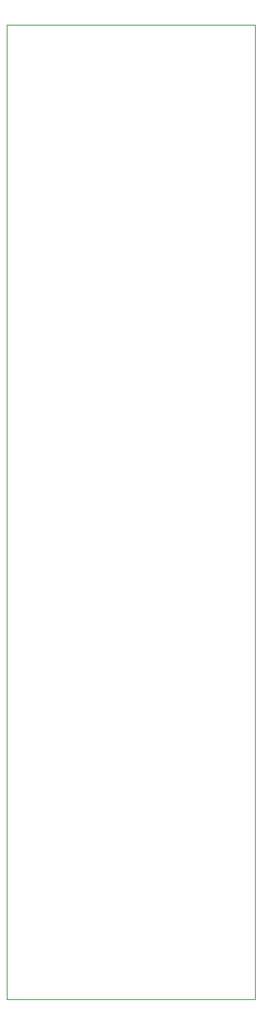
<source format=gm1>
%TF.GenerationSoftware,KiCad,Pcbnew,(6.0.1)*%
%TF.CreationDate,2022-10-19T17:02:20-04:00*%
%TF.ProjectId,ER-PROTO-CTLS-6-01,45522d50-524f-4544-9f2d-43544c532d36,1*%
%TF.SameCoordinates,Original*%
%TF.FileFunction,Profile,NP*%
%FSLAX46Y46*%
G04 Gerber Fmt 4.6, Leading zero omitted, Abs format (unit mm)*
G04 Created by KiCad (PCBNEW (6.0.1)) date 2022-10-19 17:02:20*
%MOMM*%
%LPD*%
G01*
G04 APERTURE LIST*
%TA.AperFunction,Profile*%
%ADD10C,0.100000*%
%TD*%
G04 APERTURE END LIST*
D10*
X98500000Y-9000004D02*
X126500000Y-9000004D01*
X126500000Y-9000004D02*
X126500000Y-119000004D01*
X126500000Y-119000004D02*
X98500000Y-119000004D01*
X98500000Y-119000004D02*
X98500000Y-9000004D01*
M02*

</source>
